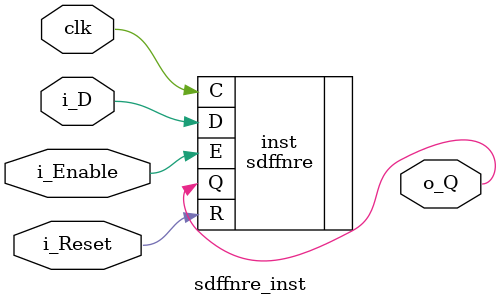
<source format=v>
                                   

`timescale 1ns / 1ps

module sdffnre_inst (
	input clk, //clock
	input i_Reset, //reset signal
	input i_Enable, //enable signal
	input i_D, //input to flop
	output o_Q  //output from flop
	);

//
// INSTANTIATIONS
//
	sdffnre inst(
		.D(i_D),
		.R(i_Reset),
		.E(i_Enable),
		.C(clk),
		.Q(o_Q)
		);

endmodule
</source>
